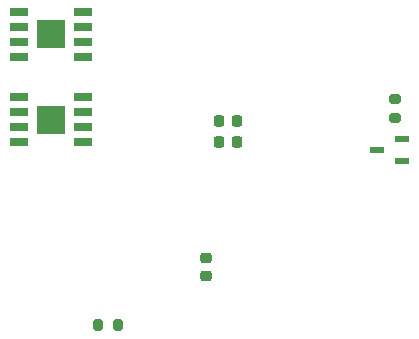
<source format=gbp>
%TF.GenerationSoftware,KiCad,Pcbnew,(6.0.4)*%
%TF.CreationDate,2022-12-28T21:19:57+09:00*%
%TF.ProjectId,prometheus-em,70726f6d-6574-4686-9575-732d656d2e6b,rev?*%
%TF.SameCoordinates,Original*%
%TF.FileFunction,Paste,Bot*%
%TF.FilePolarity,Positive*%
%FSLAX46Y46*%
G04 Gerber Fmt 4.6, Leading zero omitted, Abs format (unit mm)*
G04 Created by KiCad (PCBNEW (6.0.4)) date 2022-12-28 21:19:57*
%MOMM*%
%LPD*%
G01*
G04 APERTURE LIST*
G04 Aperture macros list*
%AMRoundRect*
0 Rectangle with rounded corners*
0 $1 Rounding radius*
0 $2 $3 $4 $5 $6 $7 $8 $9 X,Y pos of 4 corners*
0 Add a 4 corners polygon primitive as box body*
4,1,4,$2,$3,$4,$5,$6,$7,$8,$9,$2,$3,0*
0 Add four circle primitives for the rounded corners*
1,1,$1+$1,$2,$3*
1,1,$1+$1,$4,$5*
1,1,$1+$1,$6,$7*
1,1,$1+$1,$8,$9*
0 Add four rect primitives between the rounded corners*
20,1,$1+$1,$2,$3,$4,$5,0*
20,1,$1+$1,$4,$5,$6,$7,0*
20,1,$1+$1,$6,$7,$8,$9,0*
20,1,$1+$1,$8,$9,$2,$3,0*%
G04 Aperture macros list end*
%ADD10R,1.300000X0.600000*%
%ADD11RoundRect,0.225000X-0.250000X0.225000X-0.250000X-0.225000X0.250000X-0.225000X0.250000X0.225000X0*%
%ADD12RoundRect,0.200000X-0.275000X0.200000X-0.275000X-0.200000X0.275000X-0.200000X0.275000X0.200000X0*%
%ADD13RoundRect,0.225000X0.225000X0.250000X-0.225000X0.250000X-0.225000X-0.250000X0.225000X-0.250000X0*%
%ADD14RoundRect,0.200000X-0.200000X-0.275000X0.200000X-0.275000X0.200000X0.275000X-0.200000X0.275000X0*%
%ADD15R,1.525000X0.650000*%
%ADD16R,2.390000X2.390000*%
G04 APERTURE END LIST*
D10*
%TO.C,Q4*%
X75150000Y-50900000D03*
X75150000Y-52800000D03*
X73050000Y-51850000D03*
%TD*%
D11*
%TO.C,C10*%
X58547000Y-60960000D03*
X58547000Y-62510000D03*
%TD*%
D12*
%TO.C,R23*%
X74550000Y-47475000D03*
X74550000Y-49125000D03*
%TD*%
D13*
%TO.C,C6*%
X61227000Y-51181000D03*
X59677000Y-51181000D03*
%TD*%
D14*
%TO.C,R17*%
X49467000Y-66675000D03*
X51117000Y-66675000D03*
%TD*%
D15*
%TO.C,IC4*%
X48178000Y-47371000D03*
X48178000Y-48641000D03*
X48178000Y-49911000D03*
X48178000Y-51181000D03*
X42754000Y-51181000D03*
X42754000Y-49911000D03*
X42754000Y-48641000D03*
X42754000Y-47371000D03*
D16*
X45466000Y-49276000D03*
%TD*%
D13*
%TO.C,C5*%
X61227000Y-49403000D03*
X59677000Y-49403000D03*
%TD*%
D15*
%TO.C,IC5*%
X48178000Y-40132000D03*
X48178000Y-41402000D03*
X48178000Y-42672000D03*
X48178000Y-43942000D03*
X42754000Y-43942000D03*
X42754000Y-42672000D03*
X42754000Y-41402000D03*
X42754000Y-40132000D03*
D16*
X45466000Y-42037000D03*
%TD*%
M02*

</source>
